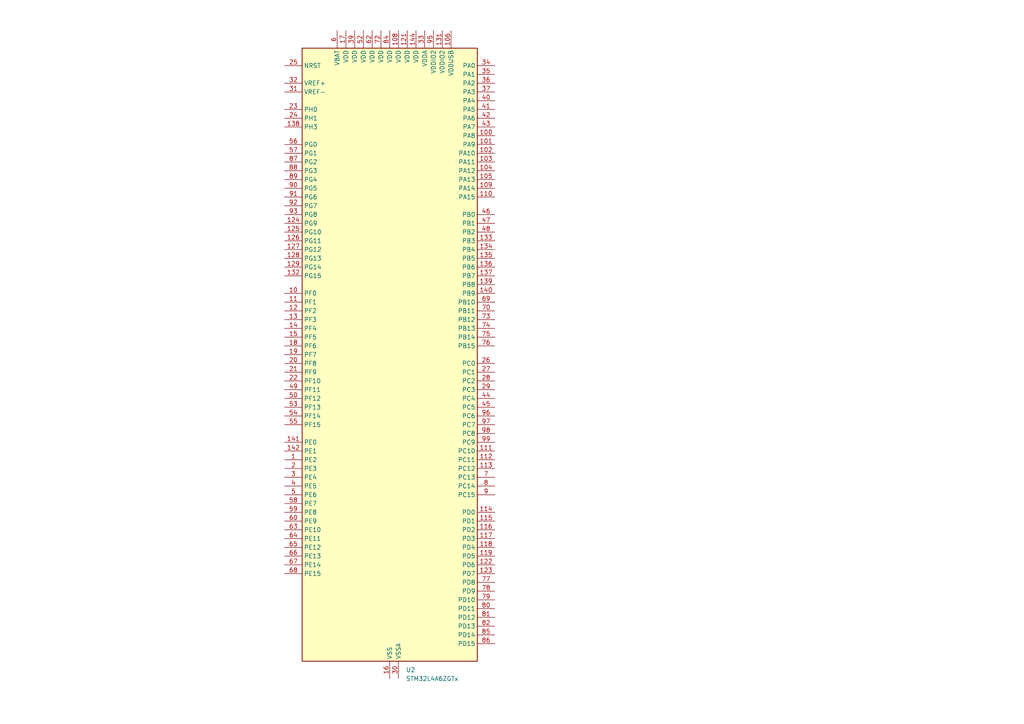
<source format=kicad_sch>
(kicad_sch (version 20250114) (generator "eeschema") (generator_version "9.0")
  (paper "A4")
  (lib_symbols
    (symbol "MCU_ST_STM32L4:STM32L4A6ZGTx"
      (property "Reference" "U" (at -25.4 90.17 0))
      (property "Value" "STM32L4A6ZGTx" (at 20.32 90.17 0))
      (symbol "STM32L4A6ZGTx_0_1"
        (rectangle (start -25.4 -88.9) (end 25.4 88.9) (stroke (width 0.254)) (fill (type background)))
      )
      (symbol "STM32L4A6ZGTx_1_1"
        (pin input line (at -30.48 83.82 0) (length 5.08) (name "NRST") (number "25"))
        (pin input line (at -30.48 78.74 0) (length 5.08) (name "VREF+") (number "32"))
        (pin input line (at -30.48 76.2 0) (length 5.08) (name "VREF-") (number "31"))
        (pin bidirectional line (at -30.48 71.12 0) (length 5.08) (name "PH0") (number "23"))
        (pin bidirectional line (at -30.48 68.58 0) (length 5.08) (name "PH1") (number "24"))
        (pin bidirectional line (at -30.48 66.04 0) (length 5.08) (name "PH3") (number "138"))
        (pin bidirectional line (at -30.48 60.96 0) (length 5.08) (name "PG0") (number "56"))
        (pin bidirectional line (at -30.48 58.42 0) (length 5.08) (name "PG1") (number "57"))
        (pin bidirectional line (at -30.48 55.88 0) (length 5.08) (name "PG2") (number "87"))
        (pin bidirectional line (at -30.48 53.34 0) (length 5.08) (name "PG3") (number "88"))
        (pin bidirectional line (at -30.48 50.8 0) (length 5.08) (name "PG4") (number "89"))
        (pin bidirectional line (at -30.48 48.26 0) (length 5.08) (name "PG5") (number "90"))
        (pin bidirectional line (at -30.48 45.72 0) (length 5.08) (name "PG6") (number "91"))
        (pin bidirectional line (at -30.48 43.18 0) (length 5.08) (name "PG7") (number "92"))
        (pin bidirectional line (at -30.48 40.64 0) (length 5.08) (name "PG8") (number "93"))
        (pin bidirectional line (at -30.48 38.1 0) (length 5.08) (name "PG9") (number "124"))
        (pin bidirectional line (at -30.48 35.56 0) (length 5.08) (name "PG10") (number "125"))
        (pin bidirectional line (at -30.48 33.02 0) (length 5.08) (name "PG11") (number "126"))
        (pin bidirectional line (at -30.48 30.48 0) (length 5.08) (name "PG12") (number "127"))
        (pin bidirectional line (at -30.48 27.94 0) (length 5.08) (name "PG13") (number "128"))
        (pin bidirectional line (at -30.48 25.4 0) (length 5.08) (name "PG14") (number "129"))
        (pin bidirectional line (at -30.48 22.86 0) (length 5.08) (name "PG15") (number "132"))
        (pin bidirectional line (at -30.48 17.78 0) (length 5.08) (name "PF0") (number "10"))
        (pin bidirectional line (at -30.48 15.24 0) (length 5.08) (name "PF1") (number "11"))
        (pin bidirectional line (at -30.48 12.7 0) (length 5.08) (name "PF2") (number "12"))
        (pin bidirectional line (at -30.48 10.16 0) (length 5.08) (name "PF3") (number "13"))
        (pin bidirectional line (at -30.48 7.62 0) (length 5.08) (name "PF4") (number "14"))
        (pin bidirectional line (at -30.48 5.08 0) (length 5.08) (name "PF5") (number "15"))
        (pin bidirectional line (at -30.48 2.54 0) (length 5.08) (name "PF6") (number "18"))
        (pin bidirectional line (at -30.48 0 0) (length 5.08) (name "PF7") (number "19"))
        (pin bidirectional line (at -30.48 -2.54 0) (length 5.08) (name "PF8") (number "20"))
        (pin bidirectional line (at -30.48 -5.08 0) (length 5.08) (name "PF9") (number "21"))
        (pin bidirectional line (at -30.48 -7.62 0) (length 5.08) (name "PF10") (number "22"))
        (pin bidirectional line (at -30.48 -10.16 0) (length 5.08) (name "PF11") (number "49"))
        (pin bidirectional line (at -30.48 -12.7 0) (length 5.08) (name "PF12") (number "50"))
        (pin bidirectional line (at -30.48 -15.24 0) (length 5.08) (name "PF13") (number "53"))
        (pin bidirectional line (at -30.48 -17.78 0) (length 5.08) (name "PF14") (number "54"))
        (pin bidirectional line (at -30.48 -20.32 0) (length 5.08) (name "PF15") (number "55"))
        (pin bidirectional line (at -30.48 -25.4 0) (length 5.08) (name "PE0") (number "141"))
        (pin bidirectional line (at -30.48 -27.94 0) (length 5.08) (name "PE1") (number "142"))
        (pin bidirectional line (at -30.48 -30.48 0) (length 5.08) (name "PE2") (number "1"))
        (pin bidirectional line (at -30.48 -33.02 0) (length 5.08) (name "PE3") (number "2"))
        (pin bidirectional line (at -30.48 -35.56 0) (length 5.08) (name "PE4") (number "3"))
        (pin bidirectional line (at -30.48 -38.1 0) (length 5.08) (name "PE5") (number "4"))
        (pin bidirectional line (at -30.48 -40.64 0) (length 5.08) (name "PE6") (number "5"))
        (pin bidirectional line (at -30.48 -43.18 0) (length 5.08) (name "PE7") (number "58"))
        (pin bidirectional line (at -30.48 -45.72 0) (length 5.08) (name "PE8") (number "59"))
        (pin bidirectional line (at -30.48 -48.26 0) (length 5.08) (name "PE9") (number "60"))
        (pin bidirectional line (at -30.48 -50.8 0) (length 5.08) (name "PE10") (number "63"))
        (pin bidirectional line (at -30.48 -53.34 0) (length 5.08) (name "PE11") (number "64"))
        (pin bidirectional line (at -30.48 -55.88 0) (length 5.08) (name "PE12") (number "65"))
        (pin bidirectional line (at -30.48 -58.42 0) (length 5.08) (name "PE13") (number "66"))
        (pin bidirectional line (at -30.48 -60.96 0) (length 5.08) (name "PE14") (number "67"))
        (pin bidirectional line (at -30.48 -63.5 0) (length 5.08) (name "PE15") (number "68"))
        (pin power_in line (at -15.24 93.98 270) (length 5.08) (name "VBAT") (number "6"))
        (pin power_in line (at -12.7 93.98 270) (length 5.08) (name "VDD") (number "17"))
        (pin power_in line (at -10.16 93.98 270) (length 5.08) (name "VDD") (number "39"))
        (pin power_in line (at -7.62 93.98 270) (length 5.08) (name "VDD") (number "52"))
        (pin power_in line (at -5.08 93.98 270) (length 5.08) (name "VDD") (number "62"))
        (pin power_in line (at -2.54 93.98 270) (length 5.08) (name "VDD") (number "72"))
        (pin power_in line (at 0 93.98 270) (length 5.08) (name "VDD") (number "84"))
        (pin passive line (at 0 -93.98 90) (length 5.08) (hide yes) (name "VSS") (number "107"))
        (pin passive line (at 0 -93.98 90) (length 5.08) (hide yes) (name "VSS") (number "120"))
        (pin passive line (at 0 -93.98 90) (length 5.08) (hide yes) (name "VSS") (number "130"))
        (pin passive line (at 0 -93.98 90) (length 5.08) (hide yes) (name "VSS") (number "143"))
        (pin power_in line (at 0 -93.98 90) (length 5.08) (name "VSS") (number "16"))
        (pin passive line (at 0 -93.98 90) (length 5.08) (hide yes) (name "VSS") (number "38"))
        (pin passive line (at 0 -93.98 90) (length 5.08) (hide yes) (name "VSS") (number "51"))
        (pin passive line (at 0 -93.98 90) (length 5.08) (hide yes) (name "VSS") (number "61"))
        (pin passive line (at 0 -93.98 90) (length 5.08) (hide yes) (name "VSS") (number "71"))
        (pin passive line (at 0 -93.98 90) (length 5.08) (hide yes) (name "VSS") (number "83"))
        (pin passive line (at 0 -93.98 90) (length 5.08) (hide yes) (name "VSS") (number "94"))
        (pin power_in line (at 2.54 93.98 270) (length 5.08) (name "VDD") (number "108"))
        (pin power_in line (at 2.54 -93.98 90) (length 5.08) (name "VSSA") (number "30"))
        (pin power_in line (at 5.08 93.98 270) (length 5.08) (name "VDD") (number "121"))
        (pin power_in line (at 7.62 93.98 270) (length 5.08) (name "VDD") (number "144"))
        (pin power_in line (at 10.16 93.98 270) (length 5.08) (name "VDDA") (number "33"))
        (pin power_in line (at 12.7 93.98 270) (length 5.08) (name "VDDIO2") (number "95"))
        (pin power_in line (at 15.24 93.98 270) (length 5.08) (name "VDDIO2") (number "131"))
        (pin power_in line (at 17.78 93.98 270) (length 5.08) (name "VDDUSB") (number "106"))
        (pin bidirectional line (at 30.48 83.82 180) (length 5.08) (name "PA0") (number "34"))
        (pin bidirectional line (at 30.48 81.28 180) (length 5.08) (name "PA1") (number "35"))
        (pin bidirectional line (at 30.48 78.74 180) (length 5.08) (name "PA2") (number "36"))
        (pin bidirectional line (at 30.48 76.2 180) (length 5.08) (name "PA3") (number "37"))
        (pin bidirectional line (at 30.48 73.66 180) (length 5.08) (name "PA4") (number "40"))
        (pin bidirectional line (at 30.48 71.12 180) (length 5.08) (name "PA5") (number "41"))
        (pin bidirectional line (at 30.48 68.58 180) (length 5.08) (name "PA6") (number "42"))
        (pin bidirectional line (at 30.48 66.04 180) (length 5.08) (name "PA7") (number "43"))
        (pin bidirectional line (at 30.48 63.5 180) (length 5.08) (name "PA8") (number "100"))
        (pin bidirectional line (at 30.48 60.96 180) (length 5.08) (name "PA9") (number "101"))
        (pin bidirectional line (at 30.48 58.42 180) (length 5.08) (name "PA10") (number "102"))
        (pin bidirectional line (at 30.48 55.88 180) (length 5.08) (name "PA11") (number "103"))
        (pin bidirectional line (at 30.48 53.34 180) (length 5.08) (name "PA12") (number "104"))
        (pin bidirectional line (at 30.48 50.8 180) (length 5.08) (name "PA13") (number "105"))
        (pin bidirectional line (at 30.48 48.26 180) (length 5.08) (name "PA14") (number "109"))
        (pin bidirectional line (at 30.48 45.72 180) (length 5.08) (name "PA15") (number "110"))
        (pin bidirectional line (at 30.48 40.64 180) (length 5.08) (name "PB0") (number "46"))
        (pin bidirectional line (at 30.48 38.1 180) (length 5.08) (name "PB1") (number "47"))
        (pin bidirectional line (at 30.48 35.56 180) (length 5.08) (name "PB2") (number "48"))
        (pin bidirectional line (at 30.48 33.02 180) (length 5.08) (name "PB3") (number "133"))
        (pin bidirectional line (at 30.48 30.48 180) (length 5.08) (name "PB4") (number "134"))
        (pin bidirectional line (at 30.48 27.94 180) (length 5.08) (name "PB5") (number "135"))
        (pin bidirectional line (at 30.48 25.4 180) (length 5.08) (name "PB6") (number "136"))
        (pin bidirectional line (at 30.48 22.86 180) (length 5.08) (name "PB7") (number "137"))
        (pin bidirectional line (at 30.48 20.32 180) (length 5.08) (name "PB8") (number "139"))
        (pin bidirectional line (at 30.48 17.78 180) (length 5.08) (name "PB9") (number "140"))
        (pin bidirectional line (at 30.48 15.24 180) (length 5.08) (name "PB10") (number "69"))
        (pin bidirectional line (at 30.48 12.7 180) (length 5.08) (name "PB11") (number "70"))
        (pin bidirectional line (at 30.48 10.16 180) (length 5.08) (name "PB12") (number "73"))
        (pin bidirectional line (at 30.48 7.62 180) (length 5.08) (name "PB13") (number "74"))
        (pin bidirectional line (at 30.48 5.08 180) (length 5.08) (name "PB14") (number "75"))
        (pin bidirectional line (at 30.48 2.54 180) (length 5.08) (name "PB15") (number "76"))
        (pin bidirectional line (at 30.48 -2.54 180) (length 5.08) (name "PC0") (number "26"))
        (pin bidirectional line (at 30.48 -5.08 180) (length 5.08) (name "PC1") (number "27"))
        (pin bidirectional line (at 30.48 -7.62 180) (length 5.08) (name "PC2") (number "28"))
        (pin bidirectional line (at 30.48 -10.16 180) (length 5.08) (name "PC3") (number "29"))
        (pin bidirectional line (at 30.48 -12.7 180) (length 5.08) (name "PC4") (number "44"))
        (pin bidirectional line (at 30.48 -15.24 180) (length 5.08) (name "PC5") (number "45"))
        (pin bidirectional line (at 30.48 -17.78 180) (length 5.08) (name "PC6") (number "96"))
        (pin bidirectional line (at 30.48 -20.32 180) (length 5.08) (name "PC7") (number "97"))
        (pin bidirectional line (at 30.48 -22.86 180) (length 5.08) (name "PC8") (number "98"))
        (pin bidirectional line (at 30.48 -25.4 180) (length 5.08) (name "PC9") (number "99"))
        (pin bidirectional line (at 30.48 -27.94 180) (length 5.08) (name "PC10") (number "111"))
        (pin bidirectional line (at 30.48 -30.48 180) (length 5.08) (name "PC11") (number "112"))
        (pin bidirectional line (at 30.48 -33.02 180) (length 5.08) (name "PC12") (number "113"))
        (pin bidirectional line (at 30.48 -35.56 180) (length 5.08) (name "PC13") (number "7"))
        (pin bidirectional line (at 30.48 -38.1 180) (length 5.08) (name "PC14") (number "8"))
        (pin bidirectional line (at 30.48 -40.64 180) (length 5.08) (name "PC15") (number "9"))
        (pin bidirectional line (at 30.48 -45.72 180) (length 5.08) (name "PD0") (number "114"))
        (pin bidirectional line (at 30.48 -48.26 180) (length 5.08) (name "PD1") (number "115"))
        (pin bidirectional line (at 30.48 -50.8 180) (length 5.08) (name "PD2") (number "116"))
        (pin bidirectional line (at 30.48 -53.34 180) (length 5.08) (name "PD3") (number "117"))
        (pin bidirectional line (at 30.48 -55.88 180) (length 5.08) (name "PD4") (number "118"))
        (pin bidirectional line (at 30.48 -58.42 180) (length 5.08) (name "PD5") (number "119"))
        (pin bidirectional line (at 30.48 -60.96 180) (length 5.08) (name "PD6") (number "122"))
        (pin bidirectional line (at 30.48 -63.5 180) (length 5.08) (name "PD7") (number "123"))
        (pin bidirectional line (at 30.48 -66.04 180) (length 5.08) (name "PD8") (number "77"))
        (pin bidirectional line (at 30.48 -68.58 180) (length 5.08) (name "PD9") (number "78"))
        (pin bidirectional line (at 30.48 -71.12 180) (length 5.08) (name "PD10") (number "79"))
        (pin bidirectional line (at 30.48 -73.66 180) (length 5.08) (name "PD11") (number "80"))
        (pin bidirectional line (at 30.48 -76.2 180) (length 5.08) (name "PD12") (number "81"))
        (pin bidirectional line (at 30.48 -78.74 180) (length 5.08) (name "PD13") (number "82"))
        (pin bidirectional line (at 30.48 -81.28 180) (length 5.08) (name "PD14") (number "85"))
        (pin bidirectional line (at 30.48 -83.82 180) (length 5.08) (name "PD15") (number "86"))
      )
    )
  )
  (symbol (lib_id "MCU_ST_STM32L4:STM32L4A6ZGTx") (at 113.03 102.87 0) (unit 1)
    (property "Reference" "U2" (at 117.7133 194.31 0) (effects (justify left)))
    (property "Value" "STM32L4A6ZGTx" (at 117.7133 196.85 0) (effects (justify left)))
    (property "Footprint" "Package_QFP:LQFP-144_20x20mm_P0.5mm" (effects (hide yes)))
    (property "Datasheet" "https://www.st.com/resource/en/datasheet/stm32l4a6zg.pdf" (effects (hide yes)))
    (property "Description" "STMicroelectronics Arm Cortex-M4 MCU, 1024KB flash, 320KB RAM, 80 MHz, 1.71-3.6V, 115 GPIO, LQFP144" (effects (hide yes)))
  )
)
</source>
